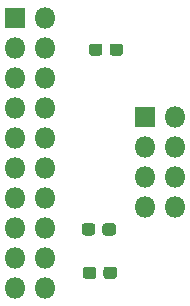
<source format=gts>
%TF.GenerationSoftware,KiCad,Pcbnew,(5.1.6-0-10_14)*%
%TF.CreationDate,2022-06-04T16:36:40-05:00*%
%TF.ProjectId,programmer_adapter_v2,70726f67-7261-46d6-9d65-725f61646170,rev?*%
%TF.SameCoordinates,Original*%
%TF.FileFunction,Soldermask,Top*%
%TF.FilePolarity,Negative*%
%FSLAX46Y46*%
G04 Gerber Fmt 4.6, Leading zero omitted, Abs format (unit mm)*
G04 Created by KiCad (PCBNEW (5.1.6-0-10_14)) date 2022-06-04 16:36:40*
%MOMM*%
%LPD*%
G01*
G04 APERTURE LIST*
%ADD10R,1.800000X1.800000*%
%ADD11O,1.800000X1.800000*%
G04 APERTURE END LIST*
D10*
X69230000Y-54530000D03*
D11*
X71770000Y-54530000D03*
X69230000Y-57070000D03*
X71770000Y-57070000D03*
X69230000Y-59610000D03*
X71770000Y-59610000D03*
X69230000Y-62150000D03*
X71770000Y-62150000D03*
X69230000Y-64690000D03*
X71770000Y-64690000D03*
X69230000Y-67230000D03*
X71770000Y-67230000D03*
X69230000Y-69770000D03*
X71770000Y-69770000D03*
X69230000Y-72310000D03*
X71770000Y-72310000D03*
X69230000Y-74850000D03*
X71770000Y-74850000D03*
X69230000Y-77390000D03*
X71770000Y-77390000D03*
G36*
G01*
X77853200Y-75835900D02*
X77853200Y-76360900D01*
G75*
G02*
X77590700Y-76623400I-262500J0D01*
G01*
X76965700Y-76623400D01*
G75*
G02*
X76703200Y-76360900I0J262500D01*
G01*
X76703200Y-75835900D01*
G75*
G02*
X76965700Y-75573400I262500J0D01*
G01*
X77590700Y-75573400D01*
G75*
G02*
X77853200Y-75835900I0J-262500D01*
G01*
G37*
G36*
G01*
X76103200Y-75835900D02*
X76103200Y-76360900D01*
G75*
G02*
X75840700Y-76623400I-262500J0D01*
G01*
X75215700Y-76623400D01*
G75*
G02*
X74953200Y-76360900I0J262500D01*
G01*
X74953200Y-75835900D01*
G75*
G02*
X75215700Y-75573400I262500J0D01*
G01*
X75840700Y-75573400D01*
G75*
G02*
X76103200Y-75835900I0J-262500D01*
G01*
G37*
G36*
G01*
X77220000Y-57472500D02*
X77220000Y-56947500D01*
G75*
G02*
X77482500Y-56685000I262500J0D01*
G01*
X78107500Y-56685000D01*
G75*
G02*
X78370000Y-56947500I0J-262500D01*
G01*
X78370000Y-57472500D01*
G75*
G02*
X78107500Y-57735000I-262500J0D01*
G01*
X77482500Y-57735000D01*
G75*
G02*
X77220000Y-57472500I0J262500D01*
G01*
G37*
G36*
G01*
X75470000Y-57472500D02*
X75470000Y-56947500D01*
G75*
G02*
X75732500Y-56685000I262500J0D01*
G01*
X76357500Y-56685000D01*
G75*
G02*
X76620000Y-56947500I0J-262500D01*
G01*
X76620000Y-57472500D01*
G75*
G02*
X76357500Y-57735000I-262500J0D01*
G01*
X75732500Y-57735000D01*
G75*
G02*
X75470000Y-57472500I0J262500D01*
G01*
G37*
G36*
G01*
X77765600Y-72152900D02*
X77765600Y-72677900D01*
G75*
G02*
X77503100Y-72940400I-262500J0D01*
G01*
X76878100Y-72940400D01*
G75*
G02*
X76615600Y-72677900I0J262500D01*
G01*
X76615600Y-72152900D01*
G75*
G02*
X76878100Y-71890400I262500J0D01*
G01*
X77503100Y-71890400D01*
G75*
G02*
X77765600Y-72152900I0J-262500D01*
G01*
G37*
G36*
G01*
X76015600Y-72152900D02*
X76015600Y-72677900D01*
G75*
G02*
X75753100Y-72940400I-262500J0D01*
G01*
X75128100Y-72940400D01*
G75*
G02*
X74865600Y-72677900I0J262500D01*
G01*
X74865600Y-72152900D01*
G75*
G02*
X75128100Y-71890400I262500J0D01*
G01*
X75753100Y-71890400D01*
G75*
G02*
X76015600Y-72152900I0J-262500D01*
G01*
G37*
D10*
X80240000Y-62920000D03*
D11*
X82780000Y-62920000D03*
X80240000Y-65460000D03*
X82780000Y-65460000D03*
X80240000Y-68000000D03*
X82780000Y-68000000D03*
X80240000Y-70540000D03*
X82780000Y-70540000D03*
M02*

</source>
